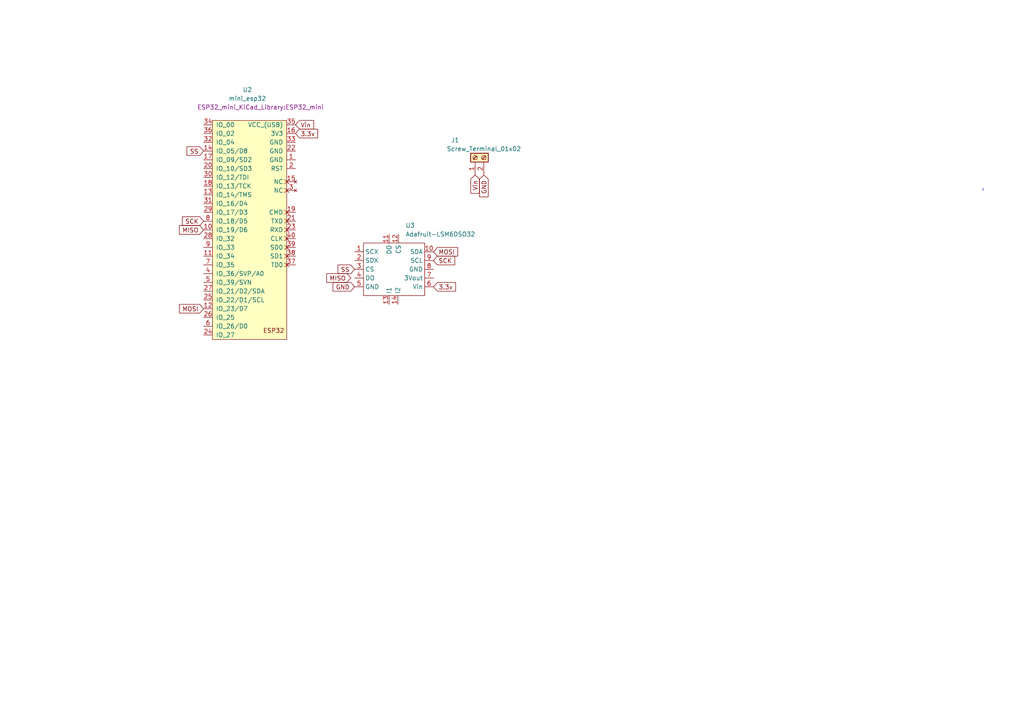
<source format=kicad_sch>
(kicad_sch (version 20211123) (generator eeschema)
  (paper "A4")
  (lib_symbols
    (symbol "Adafruit-LSM6DSO32_2"
      (property "Reference" "U" (at 12.7 -16.51 0))
      (property "Value" "Adafruit-LSM6DSO32_2" (at 21.59 -19.05 0))
      (symbol "Adafruit-LSM6DSO32_2_0_1"
        (rectangle (start 0 0) (end 17.78 -15.24))
      )
      (symbol "Adafruit-LSM6DSO32_2_1_1"
        (pin input line (at -2.54 -2.54 0) (length 2.54) (name "SCX") (number "1"))
        (pin input line (at 20.32 -2.54 180) (length 2.54) (name "SDA") (number "10"))
        (pin input line (at 7.4479 2.5107 270) (length 2.54) (name "DO") (number "11"))
        (pin input line (at 10.16 2.54 270) (length 2.54) (name "CS") (number "12"))
        (pin input line (at 7.4479 -17.8093 90) (length 2.54) (name "I1") (number "13"))
        (pin input line (at 9.9879 -17.8093 90) (length 2.54) (name "I2") (number "14"))
        (pin input line (at -2.54 -5.08 0) (length 2.54) (name "SDX") (number "2"))
        (pin input line (at -2.54 -7.62 0) (length 2.54) (name "CS") (number "3"))
        (pin input line (at -2.54 -10.16 0) (length 2.54) (name "DO") (number "4"))
        (pin input line (at -2.54 -12.7 0) (length 2.54) (name "GND") (number "5"))
        (pin input line (at 20.32 -12.7 180) (length 2.54) (name "Vin") (number "6"))
        (pin input line (at 20.32 -10.16 180) (length 2.54) (name "3Vout") (number "7"))
        (pin input line (at 20.32 -7.62 180) (length 2.54) (name "GND") (number "8"))
        (pin input line (at 20.32 -5.08 180) (length 2.54) (name "SCL") (number "9"))
      )
    )
    (symbol "Connector:Screw_Terminal_01x02" (pin_names (offset 1.016) hide)
      (property "Reference" "J" (at 0 2.54 0))
      (property "Value" "Screw_Terminal_01x02" (at 0 -5.08 0))
      (symbol "Screw_Terminal_01x02_1_1"
        (rectangle (start -1.27 1.27) (end 1.27 -3.81) (stroke (width 0.254)) (fill (type background)))
        (circle (center 0 -2.54) (radius 0.635) (stroke (width 0.1524)))
        (polyline (pts (xy -0.5334 -2.2098) (xy 0.3302 -3.048)) (stroke (width 0.1524)))
        (polyline (pts (xy -0.5334 0.3302) (xy 0.3302 -0.508)) (stroke (width 0.1524)))
        (polyline (pts (xy -0.3556 -2.032) (xy 0.508 -2.8702)) (stroke (width 0.1524)))
        (polyline (pts (xy -0.3556 0.508) (xy 0.508 -0.3302)) (stroke (width 0.1524)))
        (circle (center 0 0) (radius 0.635) (stroke (width 0.1524)))
        (pin passive line (at -5.08 0 0) (length 3.81) (name "Pin_1") (number "1"))
        (pin passive line (at -5.08 -2.54 0) (length 3.81) (name "Pin_2") (number "2"))
      )
    )
    (symbol "ESP32_mini:mini_esp32" (pin_names (offset 1.016))
      (property "Reference" "U" (at -7.62 -50.8 0))
      (property "Value" "mini_esp32" (at 5.08 -59.69 0))
      (symbol "mini_esp32_0_0"
        (text "ESP32" (at 7.62 -62.23 0) (effects (font (size 1.27 1.27))))
        (pin power_in line (at 13.97 -12.7 180) (length 2.54) (name "GND") (number "1"))
        (pin input line (at 13.97 -15.24 180) (length 2.54) (name "RST") (number "2"))
        (pin no_connect non_logic (at 13.97 -21.59 180) (length 2.54) (name "NC") (number "3"))
        (pin bidirectional line (at -12.7 -45.72 0) (length 2.54) (name "IO_36/SVP/A0") (number "4"))
        (pin bidirectional line (at -12.7 -48.26 0) (length 2.54) (name "IO_39/SVN") (number "5"))
      )
      (symbol "mini_esp32_0_1"
        (rectangle (start -10.16 -1.27) (end 11.43 -64.77) (fill (type background)))
      )
      (symbol "mini_esp32_1_1"
        (pin bidirectional line (at -12.7 -33.02 0) (length 2.54) (name "IO_19/D6") (number "10"))
        (pin bidirectional line (at -12.7 -40.64 0) (length 2.54) (name "IO_34") (number "11"))
        (pin bidirectional line (at -12.7 -55.88 0) (length 2.54) (name "IO_23/D7") (number "12"))
        (pin bidirectional line (at -12.7 -22.86 0) (length 2.54) (name "IO_14/TMS") (number "13"))
        (pin bidirectional line (at -12.7 -10.16 0) (length 2.54) (name "IO_05/D8") (number "14"))
        (pin no_connect non_logic (at 13.97 -19.05 180) (length 2.54) (name "NC") (number "15"))
        (pin power_in line (at 13.97 -5.08 180) (length 2.54) (name "3V3") (number "16"))
        (pin bidirectional line (at -12.7 -12.7 0) (length 2.54) (name "IO_09/SD2") (number "17"))
        (pin bidirectional line (at -12.7 -20.32 0) (length 2.54) (name "IO_13/TCK") (number "18"))
        (pin passive non_logic (at 13.97 -27.94 180) (length 2.54) (name "CMD") (number "19"))
        (pin bidirectional line (at -12.7 -15.24 0) (length 2.54) (name "IO_10/SD3") (number "20"))
        (pin passive non_logic (at 13.97 -30.48 180) (length 2.54) (name "TXD") (number "21"))
        (pin power_in line (at 13.97 -10.16 180) (length 2.54) (name "GND") (number "22"))
        (pin passive non_logic (at 13.97 -33.02 180) (length 2.54) (name "RXD") (number "23"))
        (pin bidirectional line (at -12.7 -63.5 0) (length 2.54) (name "IO_27") (number "24"))
        (pin bidirectional line (at -12.7 -53.34 0) (length 2.54) (name "IO_22/D1/SCL") (number "25"))
        (pin bidirectional line (at -12.7 -58.42 0) (length 2.54) (name "IO_25") (number "26"))
        (pin bidirectional line (at -12.7 -50.8 0) (length 2.54) (name "IO_21/D2/SDA") (number "27"))
        (pin bidirectional line (at -12.7 -35.56 0) (length 2.54) (name "IO_32") (number "28"))
        (pin bidirectional line (at -12.7 -27.94 0) (length 2.54) (name "IO_17/D3") (number "29"))
        (pin bidirectional line (at -12.7 -17.78 0) (length 2.54) (name "IO_12/TDI") (number "30"))
        (pin bidirectional line (at -12.7 -25.4 0) (length 2.54) (name "IO_16/D4") (number "31"))
        (pin bidirectional line (at -12.7 -7.62 0) (length 2.54) (name "IO_04") (number "32"))
        (pin power_in line (at 13.97 -7.62 180) (length 2.54) (name "GND") (number "33"))
        (pin bidirectional line (at -12.7 -2.54 0) (length 2.54) (name "IO_00") (number "34"))
        (pin power_in line (at 13.97 -2.54 180) (length 2.54) (name "VCC_(USB)") (number "35"))
        (pin bidirectional line (at -12.7 -5.08 0) (length 2.54) (name "IO_02") (number "36"))
        (pin passive non_logic (at 13.97 -43.18 180) (length 2.54) (name "TD0") (number "37"))
        (pin passive non_logic (at 13.97 -40.64 180) (length 2.54) (name "SD1") (number "38"))
        (pin passive non_logic (at 13.97 -38.1 180) (length 2.54) (name "SD0") (number "39"))
        (pin passive non_logic (at 13.97 -35.56 180) (length 2.54) (name "CLK") (number "40"))
        (pin bidirectional line (at -12.7 -60.96 0) (length 2.54) (name "IO_26/D0") (number "6"))
        (pin bidirectional line (at -12.7 -43.18 0) (length 2.54) (name "IO_35") (number "7"))
        (pin bidirectional line (at -12.7 -30.48 0) (length 2.54) (name "IO_18/D5") (number "8"))
        (pin bidirectional line (at -12.7 -38.1 0) (length 2.54) (name "IO_33") (number "9"))
      )
    )
  )
  (polyline (pts (xy 285.115 55.245) (xy 285.115 54.61)))
  (global_label "SS" (shape input) (at 102.87 78.105 180) (property "Intersheet References" "${INTERSHEET_REFS}" (effects hide)))
  (global_label "MOSI" (shape input) (at 59.055 89.535 180) (property "Intersheet References" "${INTERSHEET_REFS}" (effects hide)))
  (global_label "SCK" (shape input) (at 125.73 75.565 0) (property "Intersheet References" "${INTERSHEET_REFS}" (effects hide)))
  (global_label "3.3v" (shape input) (at 85.725 38.735 0) (property "Intersheet References" "${INTERSHEET_REFS}" (effects hide)))
  (global_label "Vin" (shape input) (at 85.725 36.195 0) (property "Intersheet References" "${INTERSHEET_REFS}" (effects hide)))
  (global_label "3.3v" (shape input) (at 125.73 83.185 0) (property "Intersheet References" "${INTERSHEET_REFS}" (effects hide)))
  (global_label "Vin" (shape input) (at 137.795 50.8 270) (property "Intersheet References" "${INTERSHEET_REFS}" (effects hide)))
  (global_label "SCK" (shape input) (at 59.055 64.135 180) (property "Intersheet References" "${INTERSHEET_REFS}" (effects hide)))
  (global_label "MOSI" (shape input) (at 125.73 73.025 0) (property "Intersheet References" "${INTERSHEET_REFS}" (effects hide)))
  (global_label "SS" (shape input) (at 59.055 43.815 180) (property "Intersheet References" "${INTERSHEET_REFS}" (effects hide)))
  (global_label "MISO" (shape input) (at 101.7721 80.6157 180) (property "Intersheet References" "${INTERSHEET_REFS}" (effects hide)))
  (global_label "GND" (shape input) (at 140.335 50.8 270) (property "Intersheet References" "${INTERSHEET_REFS}" (effects hide)))
  (global_label "MISO" (shape input) (at 59.055 66.675 180) (property "Intersheet References" "${INTERSHEET_REFS}" (effects hide)))
  (global_label "GND" (shape input) (at 102.87 83.185 180) (property "Intersheet References" "${INTERSHEET_REFS}" (effects hide)))
  (symbol (lib_id "ESP32_mini:mini_esp32") (at 71.755 33.655 0) (unit 1)
    (property "Reference" "U2" (at 71.755 26.035 0))
    (property "Value" "mini_esp32" (at 71.755 28.575 0))
    (property "Footprint" "ESP32_mini_KiCad_Library:ESP32_mini" (at 75.565 31.115 0))
  )
  (symbol (lib_id "Connector:Screw_Terminal_01x02") (at 137.795 45.72 90) (unit 1)
    (property "Reference" "J1" (at 130.81 40.64 90) (effects (justify right)))
    (property "Value" "Screw_Terminal_01x02" (at 129.54 43.18 90) (effects (justify right)))
    (property "Footprint" "TerminalBlock_Phoenix:TerminalBlock_Phoenix_MKDS-1,5-2-5.08_1x02_P5.08mm_Horizontal" (effects hide))
  )
  (symbol (lib_name "Adafruit-LSM6DSO32_2") (lib_id "Adafruit-LSM6DSO32:Adafruit-LSM6DSO32") (at 105.41 70.485 0) (unit 1)
    (property "Reference" "U3" (at 117.5894 65.405 0) (effects (justify left)))
    (property "Value" "Adafruit-LSM6DSO32" (at 117.5894 67.945 0) (effects (justify left)))
    (property "Footprint" "Adafruit-LSM6DSO32:Adafruit-LSM6DSO32" (effects hide))
  )
)
</source>
